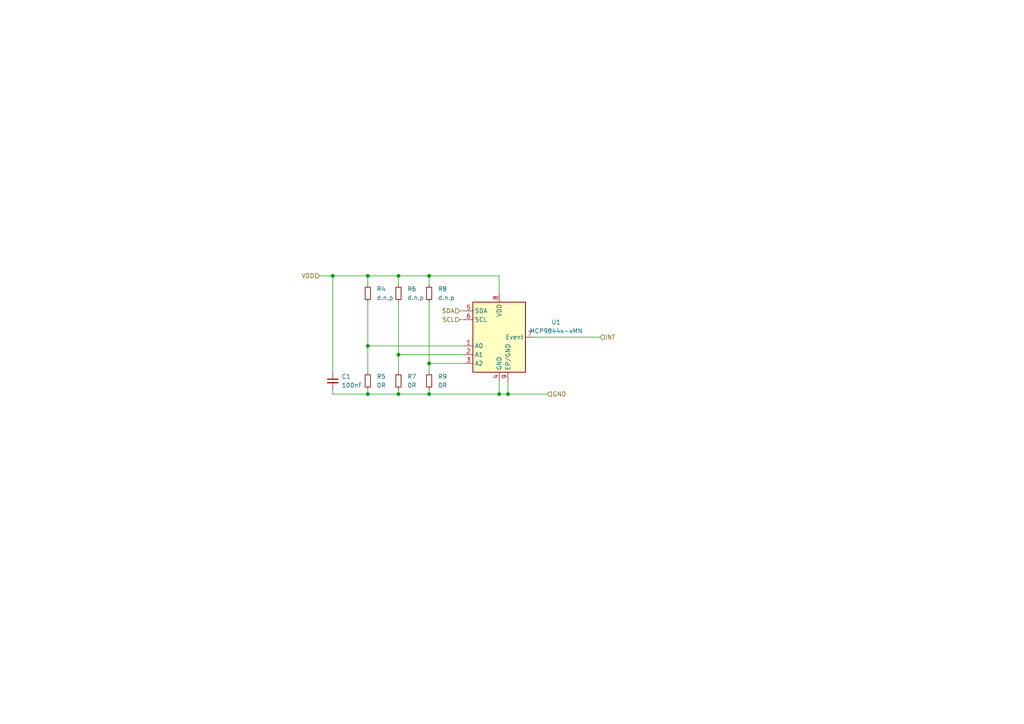
<source format=kicad_sch>
(kicad_sch (version 20211123) (generator eeschema)

  (uuid 1895faed-13c7-4877-930c-ef39a1d7419c)

  (paper "A4")

  (lib_symbols
    (symbol "Device:C_Small" (pin_numbers hide) (pin_names (offset 0.254) hide) (in_bom yes) (on_board yes)
      (property "Reference" "C" (id 0) (at 0.254 1.778 0)
        (effects (font (size 1.27 1.27)) (justify left))
      )
      (property "Value" "C_Small" (id 1) (at 0.254 -2.032 0)
        (effects (font (size 1.27 1.27)) (justify left))
      )
      (property "Footprint" "" (id 2) (at 0 0 0)
        (effects (font (size 1.27 1.27)) hide)
      )
      (property "Datasheet" "~" (id 3) (at 0 0 0)
        (effects (font (size 1.27 1.27)) hide)
      )
      (property "ki_keywords" "capacitor cap" (id 4) (at 0 0 0)
        (effects (font (size 1.27 1.27)) hide)
      )
      (property "ki_description" "Unpolarized capacitor, small symbol" (id 5) (at 0 0 0)
        (effects (font (size 1.27 1.27)) hide)
      )
      (property "ki_fp_filters" "C_*" (id 6) (at 0 0 0)
        (effects (font (size 1.27 1.27)) hide)
      )
      (symbol "C_Small_0_1"
        (polyline
          (pts
            (xy -1.524 -0.508)
            (xy 1.524 -0.508)
          )
          (stroke (width 0.3302) (type default) (color 0 0 0 0))
          (fill (type none))
        )
        (polyline
          (pts
            (xy -1.524 0.508)
            (xy 1.524 0.508)
          )
          (stroke (width 0.3048) (type default) (color 0 0 0 0))
          (fill (type none))
        )
      )
      (symbol "C_Small_1_1"
        (pin passive line (at 0 2.54 270) (length 2.032)
          (name "~" (effects (font (size 1.27 1.27))))
          (number "1" (effects (font (size 1.27 1.27))))
        )
        (pin passive line (at 0 -2.54 90) (length 2.032)
          (name "~" (effects (font (size 1.27 1.27))))
          (number "2" (effects (font (size 1.27 1.27))))
        )
      )
    )
    (symbol "Device:R_Small" (pin_numbers hide) (pin_names (offset 0.254) hide) (in_bom yes) (on_board yes)
      (property "Reference" "R" (id 0) (at 0.762 0.508 0)
        (effects (font (size 1.27 1.27)) (justify left))
      )
      (property "Value" "R_Small" (id 1) (at 0.762 -1.016 0)
        (effects (font (size 1.27 1.27)) (justify left))
      )
      (property "Footprint" "" (id 2) (at 0 0 0)
        (effects (font (size 1.27 1.27)) hide)
      )
      (property "Datasheet" "~" (id 3) (at 0 0 0)
        (effects (font (size 1.27 1.27)) hide)
      )
      (property "ki_keywords" "R resistor" (id 4) (at 0 0 0)
        (effects (font (size 1.27 1.27)) hide)
      )
      (property "ki_description" "Resistor, small symbol" (id 5) (at 0 0 0)
        (effects (font (size 1.27 1.27)) hide)
      )
      (property "ki_fp_filters" "R_*" (id 6) (at 0 0 0)
        (effects (font (size 1.27 1.27)) hide)
      )
      (symbol "R_Small_0_1"
        (rectangle (start -0.762 1.778) (end 0.762 -1.778)
          (stroke (width 0.2032) (type default) (color 0 0 0 0))
          (fill (type none))
        )
      )
      (symbol "R_Small_1_1"
        (pin passive line (at 0 2.54 270) (length 0.762)
          (name "~" (effects (font (size 1.27 1.27))))
          (number "1" (effects (font (size 1.27 1.27))))
        )
        (pin passive line (at 0 -2.54 90) (length 0.762)
          (name "~" (effects (font (size 1.27 1.27))))
          (number "2" (effects (font (size 1.27 1.27))))
        )
      )
    )
    (symbol "Sensor_Temperature:MCP9844x-xMN" (in_bom yes) (on_board yes)
      (property "Reference" "U" (id 0) (at -6.35 11.43 0)
        (effects (font (size 1.27 1.27)))
      )
      (property "Value" "MCP9844x-xMN" (id 1) (at 6.35 11.43 0)
        (effects (font (size 1.27 1.27)))
      )
      (property "Footprint" "Package_DFN_QFN:DFN-8-1EP_3x2mm_P0.5mm_EP1.36x1.46mm" (id 2) (at -27.94 -12.7 0)
        (effects (font (size 1.27 1.27)) hide)
      )
      (property "Datasheet" "http://ww1.microchip.com/downloads/en/DeviceDoc/20005192B.pdf" (id 3) (at -6.35 11.43 0)
        (effects (font (size 1.27 1.27)) hide)
      )
      (property "ki_keywords" "I2C TWI" (id 4) (at 0 0 0)
        (effects (font (size 1.27 1.27)) hide)
      )
      (property "ki_description" "±1°C Accurate, 1.8V Digital Temperature Sensor, I²C, DFN-8" (id 5) (at 0 0 0)
        (effects (font (size 1.27 1.27)) hide)
      )
      (property "ki_fp_filters" "DFN*3x2mm*P0.5mm*" (id 6) (at 0 0 0)
        (effects (font (size 1.27 1.27)) hide)
      )
      (symbol "MCP9844x-xMN_0_1"
        (rectangle (start -7.62 10.16) (end 7.62 -10.16)
          (stroke (width 0.254) (type default) (color 0 0 0 0))
          (fill (type background))
        )
      )
      (symbol "MCP9844x-xMN_1_1"
        (pin input line (at -10.16 -2.54 0) (length 2.54)
          (name "A0" (effects (font (size 1.27 1.27))))
          (number "1" (effects (font (size 1.27 1.27))))
        )
        (pin input line (at -10.16 -5.08 0) (length 2.54)
          (name "A1" (effects (font (size 1.27 1.27))))
          (number "2" (effects (font (size 1.27 1.27))))
        )
        (pin input line (at -10.16 -7.62 0) (length 2.54)
          (name "A2" (effects (font (size 1.27 1.27))))
          (number "3" (effects (font (size 1.27 1.27))))
        )
        (pin power_in line (at 0 -12.7 90) (length 2.54)
          (name "GND" (effects (font (size 1.27 1.27))))
          (number "4" (effects (font (size 1.27 1.27))))
        )
        (pin bidirectional line (at -10.16 7.62 0) (length 2.54)
          (name "SDA" (effects (font (size 1.27 1.27))))
          (number "5" (effects (font (size 1.27 1.27))))
        )
        (pin input line (at -10.16 5.08 0) (length 2.54)
          (name "SCL" (effects (font (size 1.27 1.27))))
          (number "6" (effects (font (size 1.27 1.27))))
        )
        (pin open_collector line (at 10.16 0 180) (length 2.54)
          (name "Event" (effects (font (size 1.27 1.27))))
          (number "7" (effects (font (size 1.27 1.27))))
        )
        (pin power_in line (at 0 12.7 270) (length 2.54)
          (name "VDD" (effects (font (size 1.27 1.27))))
          (number "8" (effects (font (size 1.27 1.27))))
        )
        (pin power_in line (at 2.54 -12.7 90) (length 2.54)
          (name "EP/GND" (effects (font (size 1.27 1.27))))
          (number "9" (effects (font (size 1.27 1.27))))
        )
      )
    )
  )

  (junction (at 124.46 114.3) (diameter 0) (color 0 0 0 0)
    (uuid 0ff5698b-9ac3-46e4-acdc-3ade09624ca1)
  )
  (junction (at 124.46 80.01) (diameter 0) (color 0 0 0 0)
    (uuid 129b6250-91c4-4580-b9bf-d99cecc28c37)
  )
  (junction (at 115.57 80.01) (diameter 0) (color 0 0 0 0)
    (uuid 1b0fb439-c3bc-4900-8d2b-5494a4cf1162)
  )
  (junction (at 106.68 114.3) (diameter 0) (color 0 0 0 0)
    (uuid 1c17faaa-c79c-4ab8-9003-73414a2ba04b)
  )
  (junction (at 144.78 114.3) (diameter 0) (color 0 0 0 0)
    (uuid 562fc1de-0c86-42bd-a0da-3c8e4a741dbc)
  )
  (junction (at 106.68 80.01) (diameter 0) (color 0 0 0 0)
    (uuid 669a1cb7-ebab-4e96-8db8-4f5e3af4e4ef)
  )
  (junction (at 147.32 114.3) (diameter 0) (color 0 0 0 0)
    (uuid 859ee410-93eb-4fdb-9caa-7cc0078645d3)
  )
  (junction (at 124.46 105.41) (diameter 0) (color 0 0 0 0)
    (uuid 92b947ce-988d-4416-a944-a70d67be373a)
  )
  (junction (at 115.57 114.3) (diameter 0) (color 0 0 0 0)
    (uuid a8d0e6f3-7cdc-42ed-b42b-5adf34c3c1d6)
  )
  (junction (at 115.57 102.87) (diameter 0) (color 0 0 0 0)
    (uuid bd94705f-e55a-4260-82ca-1d5e7cce6ac9)
  )
  (junction (at 106.68 100.33) (diameter 0) (color 0 0 0 0)
    (uuid caef17d4-b5c0-466e-ad9c-1dff7c5caeef)
  )
  (junction (at 96.52 80.01) (diameter 0) (color 0 0 0 0)
    (uuid e010540b-a8e4-440b-bcf9-c7423a999dc8)
  )

  (wire (pts (xy 124.46 113.03) (xy 124.46 114.3))
    (stroke (width 0) (type default) (color 0 0 0 0))
    (uuid 0b93b062-e765-456f-8d1f-76c35a953a81)
  )
  (wire (pts (xy 124.46 87.63) (xy 124.46 105.41))
    (stroke (width 0) (type default) (color 0 0 0 0))
    (uuid 1f79936c-0821-4ffc-a965-4beb7b69de2f)
  )
  (wire (pts (xy 96.52 113.03) (xy 96.52 114.3))
    (stroke (width 0) (type default) (color 0 0 0 0))
    (uuid 33a96622-f69d-4a83-ac77-b14f27730eca)
  )
  (wire (pts (xy 96.52 80.01) (xy 106.68 80.01))
    (stroke (width 0) (type default) (color 0 0 0 0))
    (uuid 35085b14-601b-4ddf-b891-69138d55542f)
  )
  (wire (pts (xy 106.68 114.3) (xy 106.68 113.03))
    (stroke (width 0) (type default) (color 0 0 0 0))
    (uuid 411e1fff-c21a-4752-b563-8a9e9f7ccb86)
  )
  (wire (pts (xy 115.57 102.87) (xy 115.57 107.95))
    (stroke (width 0) (type default) (color 0 0 0 0))
    (uuid 46a539a9-7565-40d1-8e9a-9869fcbdd847)
  )
  (wire (pts (xy 115.57 102.87) (xy 134.62 102.87))
    (stroke (width 0) (type default) (color 0 0 0 0))
    (uuid 4bcdad74-064c-4179-abb2-8a87ee9ab2bb)
  )
  (wire (pts (xy 124.46 105.41) (xy 134.62 105.41))
    (stroke (width 0) (type default) (color 0 0 0 0))
    (uuid 54f6c4f4-e32e-430c-8c73-63f789073525)
  )
  (wire (pts (xy 106.68 114.3) (xy 115.57 114.3))
    (stroke (width 0) (type default) (color 0 0 0 0))
    (uuid 59f1cc36-a1c3-4b1f-ad5c-01ecb7e0ee00)
  )
  (wire (pts (xy 96.52 80.01) (xy 96.52 107.95))
    (stroke (width 0) (type default) (color 0 0 0 0))
    (uuid 5fc9b47c-5950-4bca-8e71-65662645bda8)
  )
  (wire (pts (xy 106.68 80.01) (xy 106.68 82.55))
    (stroke (width 0) (type default) (color 0 0 0 0))
    (uuid 6c083d8b-12c8-40c0-bd41-3e001c4d21e4)
  )
  (wire (pts (xy 124.46 80.01) (xy 124.46 82.55))
    (stroke (width 0) (type default) (color 0 0 0 0))
    (uuid 705b02e6-5d06-4b23-a7a7-f475cb34f87c)
  )
  (wire (pts (xy 154.94 97.79) (xy 173.99 97.79))
    (stroke (width 0) (type default) (color 0 0 0 0))
    (uuid 71a733af-c168-42d3-acdf-1b67e8337081)
  )
  (wire (pts (xy 133.35 90.17) (xy 134.62 90.17))
    (stroke (width 0) (type default) (color 0 0 0 0))
    (uuid 76e91cbb-1851-4668-893c-4616b67f7c59)
  )
  (wire (pts (xy 115.57 114.3) (xy 124.46 114.3))
    (stroke (width 0) (type default) (color 0 0 0 0))
    (uuid 77e8c14e-5c37-42d7-9a8f-dbb7695ecd98)
  )
  (wire (pts (xy 115.57 87.63) (xy 115.57 102.87))
    (stroke (width 0) (type default) (color 0 0 0 0))
    (uuid 7a4a63d9-8ff2-492b-b7b1-9649d12c526b)
  )
  (wire (pts (xy 144.78 114.3) (xy 144.78 110.49))
    (stroke (width 0) (type default) (color 0 0 0 0))
    (uuid 8528bf57-597f-4f16-870a-36a5f34226c0)
  )
  (wire (pts (xy 124.46 80.01) (xy 144.78 80.01))
    (stroke (width 0) (type default) (color 0 0 0 0))
    (uuid 8ab947ed-2779-48a2-bc7e-64504a378ee1)
  )
  (wire (pts (xy 115.57 113.03) (xy 115.57 114.3))
    (stroke (width 0) (type default) (color 0 0 0 0))
    (uuid 913fc22c-47a9-4e78-9664-25827468b148)
  )
  (wire (pts (xy 106.68 80.01) (xy 115.57 80.01))
    (stroke (width 0) (type default) (color 0 0 0 0))
    (uuid 9489a7c1-f87b-4e3b-9459-9a59045a695e)
  )
  (wire (pts (xy 115.57 80.01) (xy 115.57 82.55))
    (stroke (width 0) (type default) (color 0 0 0 0))
    (uuid 974aa465-2d8e-42b9-9e64-8216cfaf2724)
  )
  (wire (pts (xy 92.71 80.01) (xy 96.52 80.01))
    (stroke (width 0) (type default) (color 0 0 0 0))
    (uuid 99fac863-f087-424e-b52d-f2f8a8200b36)
  )
  (wire (pts (xy 147.32 114.3) (xy 144.78 114.3))
    (stroke (width 0) (type default) (color 0 0 0 0))
    (uuid 9d47bbab-d0a6-4451-9d82-55d95b1201e1)
  )
  (wire (pts (xy 106.68 100.33) (xy 134.62 100.33))
    (stroke (width 0) (type default) (color 0 0 0 0))
    (uuid a53d385d-6b46-4f48-a12c-0041dde6c74c)
  )
  (wire (pts (xy 144.78 80.01) (xy 144.78 85.09))
    (stroke (width 0) (type default) (color 0 0 0 0))
    (uuid a7ad5bcd-339d-4edd-b5f7-72365f42d30e)
  )
  (wire (pts (xy 133.35 92.71) (xy 134.62 92.71))
    (stroke (width 0) (type default) (color 0 0 0 0))
    (uuid aec033e7-2282-463d-9cfd-ad8a62b7ce61)
  )
  (wire (pts (xy 124.46 114.3) (xy 144.78 114.3))
    (stroke (width 0) (type default) (color 0 0 0 0))
    (uuid b20ba951-edbd-4688-b3ae-d391a8af15b0)
  )
  (wire (pts (xy 106.68 100.33) (xy 106.68 107.95))
    (stroke (width 0) (type default) (color 0 0 0 0))
    (uuid ccbd2e72-2fe3-4d9a-ac0f-b764e11d72fe)
  )
  (wire (pts (xy 158.75 114.3) (xy 147.32 114.3))
    (stroke (width 0) (type default) (color 0 0 0 0))
    (uuid cdc22856-863a-451f-a281-257a9b99cec6)
  )
  (wire (pts (xy 115.57 80.01) (xy 124.46 80.01))
    (stroke (width 0) (type default) (color 0 0 0 0))
    (uuid d107b901-e1a1-4da1-93fd-dfb24ef7dc1b)
  )
  (wire (pts (xy 96.52 114.3) (xy 106.68 114.3))
    (stroke (width 0) (type default) (color 0 0 0 0))
    (uuid d395dacd-e246-4b98-aefd-9924e9d9b5a7)
  )
  (wire (pts (xy 124.46 105.41) (xy 124.46 107.95))
    (stroke (width 0) (type default) (color 0 0 0 0))
    (uuid e078e3d5-eac5-4e6e-a038-69600c5862a2)
  )
  (wire (pts (xy 106.68 87.63) (xy 106.68 100.33))
    (stroke (width 0) (type default) (color 0 0 0 0))
    (uuid ea43f8c7-be69-4a95-8f84-452cc6308140)
  )
  (wire (pts (xy 147.32 110.49) (xy 147.32 114.3))
    (stroke (width 0) (type default) (color 0 0 0 0))
    (uuid fa22051d-38c2-4a67-a8b6-f7fcba0100aa)
  )

  (hierarchical_label "SDA" (shape input) (at 133.35 90.17 180)
    (effects (font (size 1.27 1.27)) (justify right))
    (uuid 20bf3f31-6517-4212-a11e-6e7ecf3c7dad)
  )
  (hierarchical_label "INT" (shape input) (at 173.99 97.79 0)
    (effects (font (size 1.27 1.27)) (justify left))
    (uuid aeb79d1c-20ff-424b-a9e4-5d3e4a24c005)
  )
  (hierarchical_label "SCL" (shape input) (at 133.35 92.71 180)
    (effects (font (size 1.27 1.27)) (justify right))
    (uuid bff65b56-ad6e-4b37-8bf8-1156aad636ef)
  )
  (hierarchical_label "GND" (shape input) (at 158.75 114.3 0)
    (effects (font (size 1.27 1.27)) (justify left))
    (uuid cab2d4c6-e630-417c-8f33-e0e809fd7512)
  )
  (hierarchical_label "VDD" (shape input) (at 92.71 80.01 180)
    (effects (font (size 1.27 1.27)) (justify right))
    (uuid d0c31482-4049-4125-9f36-87adc393a304)
  )

  (symbol (lib_id "Device:R_Small") (at 124.46 110.49 180) (unit 1)
    (in_bom yes) (on_board yes) (fields_autoplaced)
    (uuid 1f13a8bb-a61b-485e-817e-d6db43c80b16)
    (property "Reference" "R9" (id 0) (at 127 109.2199 0)
      (effects (font (size 1.27 1.27)) (justify right))
    )
    (property "Value" "0R" (id 1) (at 127 111.7599 0)
      (effects (font (size 1.27 1.27)) (justify right))
    )
    (property "Footprint" "Resistor_SMD:R_0603_1608Metric" (id 2) (at 124.46 110.49 0)
      (effects (font (size 1.27 1.27)) hide)
    )
    (property "Datasheet" "~" (id 3) (at 124.46 110.49 0)
      (effects (font (size 1.27 1.27)) hide)
    )
    (pin "1" (uuid 9b6b7805-3d48-4ad7-814c-19ebd43e7cba))
    (pin "2" (uuid 0215a395-56d8-41b9-b687-7608c263c3d2))
  )

  (symbol (lib_id "Device:R_Small") (at 106.68 110.49 180) (unit 1)
    (in_bom yes) (on_board yes) (fields_autoplaced)
    (uuid 39d4afcf-706b-4324-9c27-6ec84226d7e9)
    (property "Reference" "R5" (id 0) (at 109.22 109.2199 0)
      (effects (font (size 1.27 1.27)) (justify right))
    )
    (property "Value" "0R" (id 1) (at 109.22 111.7599 0)
      (effects (font (size 1.27 1.27)) (justify right))
    )
    (property "Footprint" "Resistor_SMD:R_0603_1608Metric" (id 2) (at 106.68 110.49 0)
      (effects (font (size 1.27 1.27)) hide)
    )
    (property "Datasheet" "~" (id 3) (at 106.68 110.49 0)
      (effects (font (size 1.27 1.27)) hide)
    )
    (pin "1" (uuid f7aeae99-38e7-447c-802a-11da77938115))
    (pin "2" (uuid b254808b-39ad-4a77-be50-03c0c9636912))
  )

  (symbol (lib_id "Device:R_Small") (at 115.57 110.49 180) (unit 1)
    (in_bom yes) (on_board yes) (fields_autoplaced)
    (uuid 462758e0-b3c2-4cee-9cbf-7ed8be302fb7)
    (property "Reference" "R7" (id 0) (at 118.11 109.2199 0)
      (effects (font (size 1.27 1.27)) (justify right))
    )
    (property "Value" "0R" (id 1) (at 118.11 111.7599 0)
      (effects (font (size 1.27 1.27)) (justify right))
    )
    (property "Footprint" "Resistor_SMD:R_0603_1608Metric" (id 2) (at 115.57 110.49 0)
      (effects (font (size 1.27 1.27)) hide)
    )
    (property "Datasheet" "~" (id 3) (at 115.57 110.49 0)
      (effects (font (size 1.27 1.27)) hide)
    )
    (pin "1" (uuid ea6d4daf-9903-4f87-b076-f34f99229d20))
    (pin "2" (uuid 53a42032-1506-4663-8d5b-e8400e2c6e7b))
  )

  (symbol (lib_id "Sensor_Temperature:MCP9844x-xMN") (at 144.78 97.79 0) (unit 1)
    (in_bom yes) (on_board yes) (fields_autoplaced)
    (uuid 5048b063-a847-4463-9fb0-b3d3d8ba3996)
    (property "Reference" "U1" (id 0) (at 161.29 93.4593 0))
    (property "Value" "MCP9844x-xMN" (id 1) (at 161.29 95.9993 0))
    (property "Footprint" "Package_DFN_QFN:DFN-8-1EP_3x2mm_P0.5mm_EP1.36x1.46mm" (id 2) (at 116.84 110.49 0)
      (effects (font (size 1.27 1.27)) hide)
    )
    (property "Datasheet" "http://ww1.microchip.com/downloads/en/DeviceDoc/20005192B.pdf" (id 3) (at 138.43 86.36 0)
      (effects (font (size 1.27 1.27)) hide)
    )
    (pin "1" (uuid 7beba4d8-42b5-4622-9616-6c3e4f5e70cc))
    (pin "2" (uuid 075dd485-fb7b-4177-902d-5854d7b8dd79))
    (pin "3" (uuid abe054a1-159f-402f-bbf8-6d966554771a))
    (pin "4" (uuid f5e17712-e730-44b9-98c7-98ea4e5e5316))
    (pin "5" (uuid c2d1d72d-f7f6-4f1c-99ed-ae72d4605995))
    (pin "6" (uuid adccffd4-ba49-4cc8-85db-3e39a399a3d5))
    (pin "7" (uuid 8aa29a12-6b61-43cc-b8ac-7afeab20c3df))
    (pin "8" (uuid 78b9ab82-238e-4c4b-a2ca-491ac4a881e0))
    (pin "9" (uuid 910e9996-de40-4e0a-974d-f2e358689916))
  )

  (symbol (lib_id "Device:R_Small") (at 115.57 85.09 180) (unit 1)
    (in_bom yes) (on_board yes) (fields_autoplaced)
    (uuid 64f47dd5-b00c-4892-b69a-b88fc46e80da)
    (property "Reference" "R6" (id 0) (at 118.11 83.8199 0)
      (effects (font (size 1.27 1.27)) (justify right))
    )
    (property "Value" "d.n.p" (id 1) (at 118.11 86.3599 0)
      (effects (font (size 1.27 1.27)) (justify right))
    )
    (property "Footprint" "Resistor_SMD:R_0603_1608Metric" (id 2) (at 115.57 85.09 0)
      (effects (font (size 1.27 1.27)) hide)
    )
    (property "Datasheet" "~" (id 3) (at 115.57 85.09 0)
      (effects (font (size 1.27 1.27)) hide)
    )
    (pin "1" (uuid 90396d71-d32b-4cb9-98ed-14aecb5e7fde))
    (pin "2" (uuid 0f1e004e-ee94-4129-aab9-2780b4823294))
  )

  (symbol (lib_id "Device:R_Small") (at 124.46 85.09 180) (unit 1)
    (in_bom yes) (on_board yes) (fields_autoplaced)
    (uuid 7d1196cb-4a5c-4fff-8f77-dd8db40eda17)
    (property "Reference" "R8" (id 0) (at 127 83.8199 0)
      (effects (font (size 1.27 1.27)) (justify right))
    )
    (property "Value" "d.n.p" (id 1) (at 127 86.3599 0)
      (effects (font (size 1.27 1.27)) (justify right))
    )
    (property "Footprint" "Resistor_SMD:R_0603_1608Metric" (id 2) (at 124.46 85.09 0)
      (effects (font (size 1.27 1.27)) hide)
    )
    (property "Datasheet" "~" (id 3) (at 124.46 85.09 0)
      (effects (font (size 1.27 1.27)) hide)
    )
    (pin "1" (uuid c1072892-0eee-48a9-977e-d59d3e2d3fb1))
    (pin "2" (uuid 932e012a-a073-4463-ac57-a43f594f8157))
  )

  (symbol (lib_id "Device:R_Small") (at 106.68 85.09 180) (unit 1)
    (in_bom yes) (on_board yes) (fields_autoplaced)
    (uuid 82428a43-ab5f-4ffd-92da-30481b30de55)
    (property "Reference" "R4" (id 0) (at 109.22 83.8199 0)
      (effects (font (size 1.27 1.27)) (justify right))
    )
    (property "Value" "d.n.p" (id 1) (at 109.22 86.3599 0)
      (effects (font (size 1.27 1.27)) (justify right))
    )
    (property "Footprint" "Resistor_SMD:R_0603_1608Metric" (id 2) (at 106.68 85.09 0)
      (effects (font (size 1.27 1.27)) hide)
    )
    (property "Datasheet" "~" (id 3) (at 106.68 85.09 0)
      (effects (font (size 1.27 1.27)) hide)
    )
    (pin "1" (uuid 5175b940-e17e-4139-8d80-d930d83ba1c2))
    (pin "2" (uuid c0d17d5f-2fb3-435a-a80d-dba134b1ce5f))
  )

  (symbol (lib_id "Device:C_Small") (at 96.52 110.49 0) (unit 1)
    (in_bom yes) (on_board yes) (fields_autoplaced)
    (uuid f7c3db7e-e58a-4d46-ae7b-1449cae9d05c)
    (property "Reference" "C1" (id 0) (at 99.06 109.2262 0)
      (effects (font (size 1.27 1.27)) (justify left))
    )
    (property "Value" "100nF" (id 1) (at 99.06 111.7662 0)
      (effects (font (size 1.27 1.27)) (justify left))
    )
    (property "Footprint" "Capacitor_SMD:C_0603_1608Metric" (id 2) (at 96.52 110.49 0)
      (effects (font (size 1.27 1.27)) hide)
    )
    (property "Datasheet" "~" (id 3) (at 96.52 110.49 0)
      (effects (font (size 1.27 1.27)) hide)
    )
    (pin "1" (uuid ee97b750-e146-477b-a18d-9651d076dc0b))
    (pin "2" (uuid 0dac490f-a574-40a2-9b85-04a5a1850236))
  )
)

</source>
